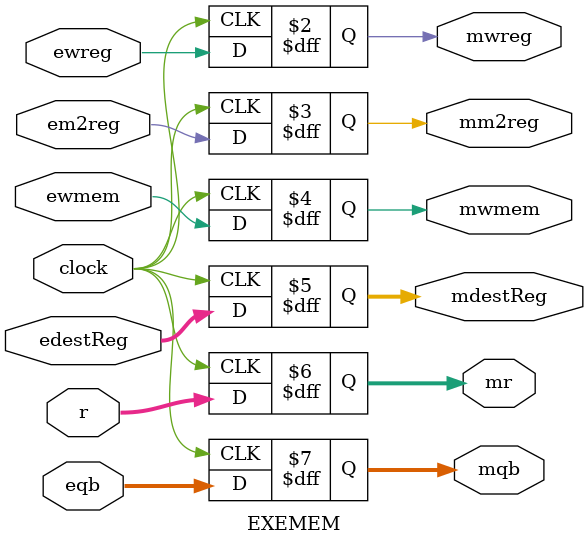
<source format=v>
`timescale 1ns / 1ps


module EXEMEM(
    input ewreg, // input ewreg
    input em2reg, // input em2reg
    input ewmem, // input ewmem
    input [4:0] edestReg, // input edestReg, 5 bits
    input [31:0] r, // input r, 32 bits
    input [31:0] eqb, // input eqb, 32 bits
    input clock, // clock input
    
    output reg mwreg, // output mwreg
    output reg mm2reg, // output mm2reg
    output reg mwmem, // output mwmem
    output reg [4:0] mdestReg, // output mdestReg, 5 bits
    output reg [31:0] mr, // output mr, 32 bits
    output reg [31:0] mqb // output mqb, 32 bits
);
    
    always @(posedge clock)
    begin
        mwreg <= ewreg;
        mm2reg <= em2reg;
        mwmem <= ewmem;
        mdestReg <= edestReg;
        mr <= r;
        mqb <= eqb;
    end
    
endmodule

</source>
